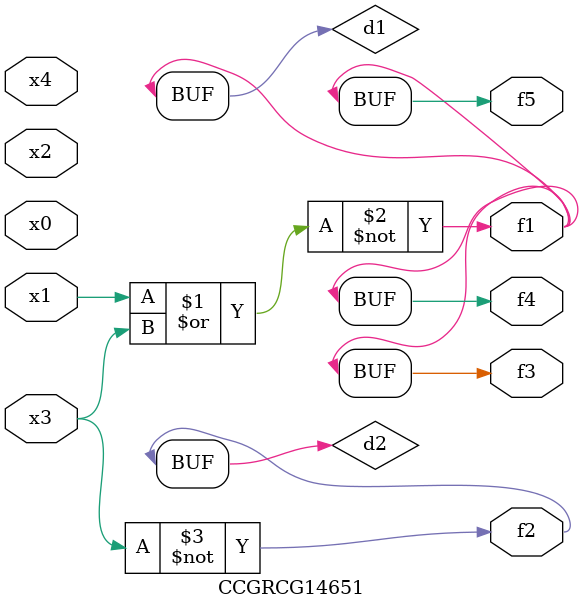
<source format=v>
module CCGRCG14651(
	input x0, x1, x2, x3, x4,
	output f1, f2, f3, f4, f5
);

	wire d1, d2;

	nor (d1, x1, x3);
	not (d2, x3);
	assign f1 = d1;
	assign f2 = d2;
	assign f3 = d1;
	assign f4 = d1;
	assign f5 = d1;
endmodule

</source>
